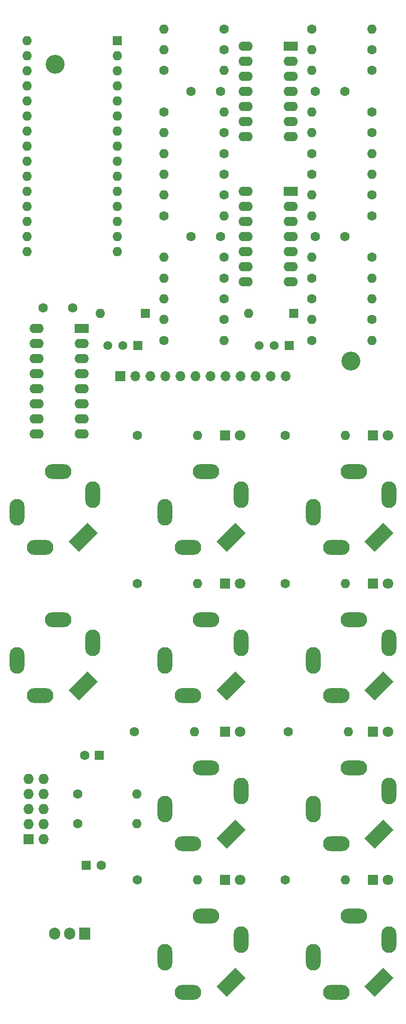
<source format=gts>
G04 #@! TF.GenerationSoftware,KiCad,Pcbnew,(6.0.5)*
G04 #@! TF.CreationDate,2022-11-21T20:26:23-06:00*
G04 #@! TF.ProjectId,KosmoClockMain,4b6f736d-6f43-46c6-9f63-6b4d61696e2e,rev?*
G04 #@! TF.SameCoordinates,Original*
G04 #@! TF.FileFunction,Soldermask,Top*
G04 #@! TF.FilePolarity,Negative*
%FSLAX46Y46*%
G04 Gerber Fmt 4.6, Leading zero omitted, Abs format (unit mm)*
G04 Created by KiCad (PCBNEW (6.0.5)) date 2022-11-21 20:26:23*
%MOMM*%
%LPD*%
G01*
G04 APERTURE LIST*
G04 Aperture macros list*
%AMRotRect*
0 Rectangle, with rotation*
0 The origin of the aperture is its center*
0 $1 length*
0 $2 width*
0 $3 Rotation angle, in degrees counterclockwise*
0 Add horizontal line*
21,1,$1,$2,0,0,$3*%
G04 Aperture macros list end*
%ADD10O,4.500001X2.500000*%
%ADD11O,2.500001X4.500001*%
%ADD12RotRect,4.500001X2.500001X45.000000*%
%ADD13O,2.500000X4.500000*%
%ADD14O,4.500000X2.500000*%
%ADD15R,1.800000X1.800000*%
%ADD16C,1.800000*%
%ADD17C,3.200000*%
%ADD18R,1.700000X1.700000*%
%ADD19O,1.700000X1.700000*%
%ADD20R,1.600000X1.600000*%
%ADD21O,1.600000X1.600000*%
%ADD22R,1.500000X1.500000*%
%ADD23C,1.500000*%
%ADD24C,1.600000*%
%ADD25R,2.400000X1.600000*%
%ADD26O,2.400000X1.600000*%
%ADD27R,1.905000X2.000000*%
%ADD28O,1.905000X2.000000*%
%ADD29R,1.727200X1.727200*%
%ADD30O,1.727200X1.727200*%
G04 APERTURE END LIST*
D10*
X163000000Y-118600000D03*
D11*
X168900000Y-122500000D03*
D12*
X167240000Y-129740000D03*
D13*
X156100000Y-125500000D03*
D14*
X160000000Y-131400000D03*
D10*
X113000000Y-93600000D03*
D11*
X118900000Y-97500000D03*
D12*
X117240000Y-104740000D03*
D13*
X106100000Y-100500000D03*
D14*
X110000000Y-106400000D03*
D10*
X163000000Y-93600000D03*
D11*
X168900000Y-97500000D03*
D12*
X167240000Y-104740000D03*
D13*
X156100000Y-100500000D03*
D14*
X160000000Y-106400000D03*
D10*
X163000000Y-143600000D03*
D11*
X168900000Y-147500000D03*
D12*
X167240000Y-154740000D03*
D13*
X156100000Y-150500000D03*
D14*
X160000000Y-156400000D03*
D10*
X138000000Y-143600000D03*
D11*
X143900000Y-147500000D03*
D12*
X142240000Y-154740000D03*
D13*
X131100000Y-150500000D03*
D14*
X135000000Y-156400000D03*
D10*
X113000000Y-118600000D03*
D11*
X118900000Y-122500000D03*
D12*
X117240000Y-129740000D03*
D13*
X106100000Y-125500000D03*
D14*
X110000000Y-131400000D03*
D10*
X138000000Y-168600000D03*
D11*
X143900000Y-172500000D03*
D12*
X142240000Y-179740000D03*
D13*
X131100000Y-175500000D03*
D14*
X135000000Y-181400000D03*
D10*
X138000000Y-118600000D03*
D11*
X143900000Y-122500000D03*
D12*
X142240000Y-129740000D03*
D13*
X131100000Y-125500000D03*
D14*
X135000000Y-131400000D03*
D10*
X163000000Y-168600000D03*
D11*
X168900000Y-172500000D03*
D12*
X167240000Y-179740000D03*
D13*
X156100000Y-175500000D03*
D14*
X160000000Y-181400000D03*
D10*
X138000000Y-93600000D03*
D11*
X143900000Y-97500000D03*
D12*
X142240000Y-104740000D03*
D13*
X131100000Y-100500000D03*
D14*
X135000000Y-106400000D03*
D15*
X141225000Y-87500000D03*
D16*
X143765000Y-87500000D03*
D17*
X112500000Y-25000000D03*
D15*
X141225000Y-112500000D03*
D16*
X143765000Y-112500000D03*
D17*
X162500000Y-75000000D03*
D15*
X141225000Y-162500000D03*
D16*
X143765000Y-162500000D03*
D18*
X123525000Y-77500000D03*
D19*
X126065000Y-77500000D03*
X128605000Y-77500000D03*
X131145000Y-77500000D03*
X133685000Y-77500000D03*
X136225000Y-77500000D03*
X138765000Y-77500000D03*
X141305000Y-77500000D03*
X143845000Y-77500000D03*
X146385000Y-77500000D03*
X148925000Y-77500000D03*
X151465000Y-77500000D03*
D15*
X166225000Y-162500000D03*
D16*
X168765000Y-162500000D03*
D15*
X166225000Y-87500000D03*
D16*
X168765000Y-87500000D03*
D15*
X166225000Y-137500000D03*
D16*
X168765000Y-137500000D03*
D15*
X141225000Y-137500000D03*
D16*
X143765000Y-137500000D03*
D15*
X166225000Y-112500000D03*
D16*
X168765000Y-112500000D03*
D20*
X127810000Y-67000000D03*
D21*
X120190000Y-67000000D03*
D22*
X152040000Y-72360000D03*
D23*
X149500000Y-72360000D03*
X146960000Y-72360000D03*
D20*
X152810000Y-67000000D03*
D21*
X145190000Y-67000000D03*
D24*
X130920000Y-26000000D03*
D21*
X141080000Y-26000000D03*
D24*
X130920000Y-71500000D03*
D21*
X141080000Y-71500000D03*
D24*
X141080000Y-64500000D03*
D21*
X130920000Y-64500000D03*
D24*
X166080000Y-33000000D03*
D21*
X155920000Y-33000000D03*
D20*
X120000000Y-141500000D03*
D24*
X117500000Y-141500000D03*
X126420000Y-112500000D03*
D21*
X136580000Y-112500000D03*
D24*
X141080000Y-57500000D03*
D21*
X130920000Y-57500000D03*
D24*
X116317600Y-148000000D03*
D21*
X126317600Y-148000000D03*
D25*
X117000000Y-69500000D03*
D26*
X117000000Y-72040000D03*
X117000000Y-74580000D03*
X117000000Y-77120000D03*
X117000000Y-79660000D03*
X117000000Y-82200000D03*
X117000000Y-84740000D03*
X117000000Y-87280000D03*
X109380000Y-87280000D03*
X109380000Y-84740000D03*
X109380000Y-82200000D03*
X109380000Y-79660000D03*
X109380000Y-77120000D03*
X109380000Y-74580000D03*
X109380000Y-72040000D03*
X109380000Y-69500000D03*
D24*
X155920000Y-61000000D03*
D21*
X166080000Y-61000000D03*
D24*
X126420000Y-162500000D03*
D21*
X136580000Y-162500000D03*
D24*
X130920000Y-33000000D03*
D21*
X141080000Y-33000000D03*
D27*
X117500000Y-171500000D03*
D28*
X114960000Y-171500000D03*
X112420000Y-171500000D03*
D24*
X166080000Y-26000000D03*
D21*
X155920000Y-26000000D03*
D24*
X151420000Y-162500000D03*
D21*
X161580000Y-162500000D03*
D24*
X155920000Y-71500000D03*
D21*
X166080000Y-71500000D03*
D24*
X125920000Y-137500000D03*
D21*
X136080000Y-137500000D03*
D24*
X141080000Y-22500000D03*
D21*
X130920000Y-22500000D03*
D24*
X166080000Y-57500000D03*
D21*
X155920000Y-57500000D03*
D24*
X116317600Y-153000000D03*
D21*
X126317600Y-153000000D03*
D24*
X156500000Y-54000000D03*
X161500000Y-54000000D03*
X141080000Y-68000000D03*
D21*
X130920000Y-68000000D03*
D24*
X155920000Y-64500000D03*
D21*
X166080000Y-64500000D03*
D24*
X155920000Y-40000000D03*
D21*
X166080000Y-40000000D03*
D24*
X126420000Y-87500000D03*
D21*
X136580000Y-87500000D03*
D24*
X141080000Y-61000000D03*
D21*
X130920000Y-61000000D03*
D24*
X166080000Y-68000000D03*
D21*
X155920000Y-68000000D03*
D24*
X115500000Y-66000000D03*
X110500000Y-66000000D03*
X141080000Y-47000000D03*
D21*
X130920000Y-47000000D03*
D24*
X140500000Y-29500000D03*
X135500000Y-29500000D03*
X151920000Y-137500000D03*
D21*
X162080000Y-137500000D03*
D24*
X141080000Y-43500000D03*
D21*
X130920000Y-43500000D03*
D24*
X151420000Y-112500000D03*
D21*
X161580000Y-112500000D03*
D25*
X152300000Y-46375000D03*
D26*
X152300000Y-48915000D03*
X152300000Y-51455000D03*
X152300000Y-53995000D03*
X152300000Y-56535000D03*
X152300000Y-59075000D03*
X152300000Y-61615000D03*
X144680000Y-61615000D03*
X144680000Y-59075000D03*
X144680000Y-56535000D03*
X144680000Y-53995000D03*
X144680000Y-51455000D03*
X144680000Y-48915000D03*
X144680000Y-46375000D03*
D24*
X130920000Y-50500000D03*
D21*
X141080000Y-50500000D03*
D24*
X141080000Y-19000000D03*
D21*
X130920000Y-19000000D03*
D24*
X151420000Y-87500000D03*
D21*
X161580000Y-87500000D03*
D24*
X141080000Y-40000000D03*
D21*
X130920000Y-40000000D03*
D20*
X117817600Y-160000000D03*
D24*
X120317600Y-160000000D03*
D25*
X152300000Y-21875000D03*
D26*
X152300000Y-24415000D03*
X152300000Y-26955000D03*
X152300000Y-29495000D03*
X152300000Y-32035000D03*
X152300000Y-34575000D03*
X152300000Y-37115000D03*
X144680000Y-37115000D03*
X144680000Y-34575000D03*
X144680000Y-32035000D03*
X144680000Y-29495000D03*
X144680000Y-26955000D03*
X144680000Y-24415000D03*
X144680000Y-21875000D03*
D24*
X166080000Y-22500000D03*
D21*
X155920000Y-22500000D03*
D24*
X166080000Y-50500000D03*
D21*
X155920000Y-50500000D03*
D24*
X166080000Y-47000000D03*
D21*
X155920000Y-47000000D03*
D22*
X126540000Y-72360000D03*
D23*
X124000000Y-72360000D03*
X121460000Y-72360000D03*
D24*
X156500000Y-29500000D03*
X161500000Y-29500000D03*
X140500000Y-54000000D03*
X135500000Y-54000000D03*
D20*
X123000000Y-21000000D03*
D21*
X123000000Y-23540000D03*
X123000000Y-26080000D03*
X123000000Y-28620000D03*
X123000000Y-31160000D03*
X123000000Y-33700000D03*
X123000000Y-36240000D03*
X123000000Y-38780000D03*
X123000000Y-41320000D03*
X123000000Y-43860000D03*
X123000000Y-46400000D03*
X123000000Y-48940000D03*
X123000000Y-51480000D03*
X123000000Y-54020000D03*
X123000000Y-56560000D03*
X107760000Y-56560000D03*
X107760000Y-54020000D03*
X107760000Y-51480000D03*
X107760000Y-48940000D03*
X107760000Y-46400000D03*
X107760000Y-43860000D03*
X107760000Y-41320000D03*
X107760000Y-38780000D03*
X107760000Y-36240000D03*
X107760000Y-33700000D03*
X107760000Y-31160000D03*
X107760000Y-28620000D03*
X107760000Y-26080000D03*
X107760000Y-23540000D03*
X107760000Y-21000000D03*
D24*
X141080000Y-36500000D03*
D21*
X130920000Y-36500000D03*
D24*
X155920000Y-19000000D03*
D21*
X166080000Y-19000000D03*
D29*
X108047600Y-155580000D03*
D30*
X110587600Y-155580000D03*
X108047600Y-153040000D03*
X110587600Y-153040000D03*
X108047600Y-150500000D03*
X110587600Y-150500000D03*
X108047600Y-147960000D03*
X110587600Y-147960000D03*
X108047600Y-145420000D03*
X110587600Y-145420000D03*
D24*
X155920000Y-43500000D03*
D21*
X166080000Y-43500000D03*
D24*
X166080000Y-36500000D03*
D21*
X155920000Y-36500000D03*
M02*

</source>
